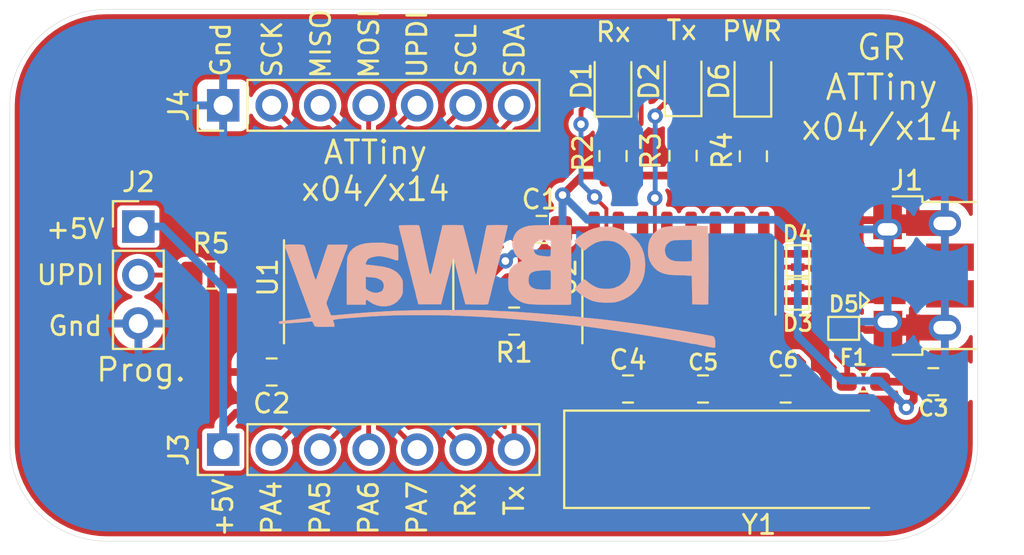
<source format=kicad_pcb>
(kicad_pcb (version 20211014) (generator pcbnew)
  (layers (0 "F.Cu" signal) (31 "B.Cu" signal) (34 "B.Paste" user) (35 "F.Paste" user) (36 "B.SilkS" user "B.Silkscreen") (37 "F.SilkS" user "F.Silkscreen") (38 "B.Mask" user) (39 "F.Mask" user) (44 "Edge.Cuts" user))
  (net 0 "")
  (net 1 "GNDREF")
  (net 2 "+5V")
  (net 3 "Net-(C6-Pad1)")
  (net 4 "Net-(D1-Pad1)")
  (net 5 "Net-(D3-Pad1)")
  (net 6 "Net-(D5-Pad1)")
  (net 7 "/TX_Out")
  (net 8 "Net-(D6-Pad2)")
  (net 9 "/PA4")
  (net 10 "/PA5")
  (net 11 "/PA6")
  (net 12 "/PA7")
  (net 13 "/RX_In")
  (net 14 "/SDA")
  (net 15 "/SCL")
  (net 16 "/UPDI")
  (net 17 "/MOSI")
  (net 18 "/MISO")
  (net 19 "/SCK")
  (net 20 "Net-(C4-Pad1)")
  (net 21 "Net-(C5-Pad1)")
  (net 22 "Net-(D1-Pad2)")
  (net 23 "Net-(D2-Pad2)")
  (net 24 "Net-(D4-Pad1)")
  (net 25 "Net-(J1-Pad4)")
  (net 26 "Net-(J2-Pad2)")
  (net 27 "Net-(U2-Pad9)")
  (net 28 "Net-(U2-Pad10)")
  (net 29 "Net-(U2-Pad11)")
  (net 30 "Net-(U2-Pad12)")
  (net 31 "Net-(U2-Pad13)")
  (net 32 "Net-(U2-Pad14)")
  (net 33 "Net-(U2-Pad15)")
  (footprint "Capacitor_SMD:C_0805_2012Metric_Pad1.15x1.40mm_HandSolder" (layer "F.Cu") (at 115.8621 80.0354 180)
    (fp_text reference "C1" (at 0.0635 1.5748) (layer "F.SilkS"))
    (fp_text value "100nF")
    (pad "1" smd roundrect locked (at -1.025 0 180) (size 1.15 1.4) (layers "F.Cu" "F.Paste" "F.Mask") (roundrect_rratio 0.217391) (net 2 "+5V"))
    (pad "2" smd roundrect locked (at 1.025 0 180) (size 1.15 1.4) (layers "F.Cu" "F.Paste" "F.Mask") (roundrect_rratio 0.217391) (net 1 "GNDREF"))
  )
  (footprint "Capacitor_SMD:C_0805_2012Metric_Pad1.15x1.40mm_HandSolder" (layer "F.Cu") (at 101.727 87.503 180)
    (fp_text reference "C2" (at 0 -1.65) (layer "F.SilkS"))
    (fp_text value "100nF")
    (pad "1" smd roundrect locked (at -1.025 0 180) (size 1.15 1.4) (layers "F.Cu" "F.Paste" "F.Mask") (roundrect_rratio 0.217391) (net 2 "+5V"))
    (pad "2" smd roundrect locked (at 1.025 0 180) (size 1.15 1.4) (layers "F.Cu" "F.Paste" "F.Mask") (roundrect_rratio 0.217391) (net 1 "GNDREF"))
  )
  (footprint "Capacitor_SMD:C_0805_2012Metric_Pad1.15x1.40mm_HandSolder" (layer "F.Cu") (at 136.389 88.011)
    (fp_text reference "C3" (at 0.009 1.397) (layer "F.SilkS") (effects (font (size 0.8 0.8))))
    (fp_text value "1uF")
    (pad "1" smd roundrect locked (at -1.025 0) (size 1.15 1.4) (layers "F.Cu" "F.Paste" "F.Mask") (roundrect_rratio 0.217391) (net 2 "+5V"))
    (pad "2" smd roundrect locked (at 1.025 0) (size 1.15 1.4) (layers "F.Cu" "F.Paste" "F.Mask") (roundrect_rratio 0.217391) (net 1 "GNDREF"))
  )
  (footprint "Capacitor_SMD:C_0805_2012Metric_Pad1.15x1.40mm_HandSolder" (layer "F.Cu") (at 120.396 88.392 180)
    (fp_text reference "C4" (at 0 1.524 180) (layer "F.SilkS"))
    (fp_text value "100nF")
    (pad "1" smd roundrect locked (at -1.025 0 180) (size 1.15 1.4) (layers "F.Cu" "F.Paste" "F.Mask") (roundrect_rratio 0.217391) (net 20 "Net-(C4-Pad1)"))
    (pad "2" smd roundrect locked (at 1.025 0 180) (size 1.15 1.4) (layers "F.Cu" "F.Paste" "F.Mask") (roundrect_rratio 0.217391) (net 1 "GNDREF"))
  )
  (footprint "Capacitor_SMD:C_0805_2012Metric_Pad1.15x1.40mm_HandSolder" (layer "F.Cu") (at 124.324 88.392)
    (fp_text reference "C5" (at 0.009 -1.397) (layer "F.SilkS") (effects (font (size 0.8 0.8))))
    (fp_text value "22pF")
    (pad "1" smd roundrect locked (at -1.025 0) (size 1.15 1.4) (layers "F.Cu" "F.Paste" "F.Mask") (roundrect_rratio 0.217391) (net 21 "Net-(C5-Pad1)"))
    (pad "2" smd roundrect locked (at 1.025 0) (size 1.15 1.4) (layers "F.Cu" "F.Paste" "F.Mask") (roundrect_rratio 0.217391) (net 1 "GNDREF"))
  )
  (footprint "Capacitor_SMD:C_0805_2012Metric_Pad1.15x1.40mm_HandSolder" (layer "F.Cu") (at 128.651 88.392 180)
    (fp_text reference "C6" (at 0.127 1.524) (layer "F.SilkS") (effects (font (size 0.8 0.8))))
    (fp_text value "22pF")
    (pad "1" smd roundrect locked (at -1.025 0 180) (size 1.15 1.4) (layers "F.Cu" "F.Paste" "F.Mask") (roundrect_rratio 0.217391) (net 3 "Net-(C6-Pad1)"))
    (pad "2" smd roundrect locked (at 1.025 0 180) (size 1.15 1.4) (layers "F.Cu" "F.Paste" "F.Mask") (roundrect_rratio 0.217391) (net 1 "GNDREF"))
  )
  (footprint "_Custom_Footprints:SOD-882" (layer "F.Cu") (at 129.286 83.439 -90)
    (fp_text reference "D3" (at 1.524 0 180) (layer "F.SilkS") (effects (font (size 0.8 0.8))))
    (fp_text value "PESD5V0S1BL")
    (pad "1" smd rect locked (at -0.35 0 90) (size 0.4 0.7) (layers "F.Cu" "F.Paste" "F.Mask") (net 5 "Net-(D3-Pad1)"))
    (pad "2" smd rect locked (at 0.35 0 90) (size 0.4 0.7) (layers "F.Cu" "F.Paste" "F.Mask") (net 1 "GNDREF"))
  )
  (footprint "_Custom_Footprints:SOD-882" (layer "F.Cu") (at 129.286 81.661 90)
    (fp_text reference "D4" (at 1.397 0 180) (layer "F.SilkS") (effects (font (size 0.8 0.8))))
    (fp_text value "PESD5V0S1BL")
    (pad "1" smd rect locked (at -0.35 0 270) (size 0.4 0.7) (layers "F.Cu" "F.Paste" "F.Mask") (net 24 "Net-(D4-Pad1)"))
    (pad "2" smd rect locked (at 0.35 0 270) (size 0.4 0.7) (layers "F.Cu" "F.Paste" "F.Mask") (net 1 "GNDREF"))
  )
  (footprint "_Custom_Footprints:SOD-882" (layer "F.Cu") (at 131.699 85.217)
    (fp_text reference "D5" (at 0 -1.27) (layer "F.SilkS") (effects (font (size 0.8 0.8))))
    (fp_text value "PESD5V0S1BL")
    (pad "1" smd rect locked (at -0.35 0 180) (size 0.4 0.7) (layers "F.Cu" "F.Paste" "F.Mask") (net 6 "Net-(D5-Pad1)"))
    (pad "2" smd rect locked (at 0.35 0 180) (size 0.4 0.7) (layers "F.Cu" "F.Paste" "F.Mask") (net 1 "GNDREF"))
  )
  (footprint "LED_SMD:LED_0805_2012Metric_Pad1.15x1.40mm_HandSolder" (layer "F.Cu") (at 126.9365 72.263 90)
    (fp_text reference "D6" (at -0.0127 -1.7653 90) (layer "F.SilkS"))
    (fp_text value "Power")
    (pad "1" smd roundrect locked (at -1.025 0 90) (size 1.15 1.4) (layers "F.Cu" "F.Paste" "F.Mask") (roundrect_rratio 0.217391) (net 1 "GNDREF"))
    (pad "2" smd roundrect locked (at 1.025 0 90) (size 1.15 1.4) (layers "F.Cu" "F.Paste" "F.Mask") (roundrect_rratio 0.217391) (net 8 "Net-(D6-Pad2)"))
  )
  (footprint "LED_SMD:LED_0805_2012Metric_Pad1.15x1.40mm_HandSolder" (layer "F.Cu") (at 119.6086 72.263 90)
    (fp_text reference "D1" (at 0 -1.65 90) (layer "F.SilkS"))
    (fp_text value "Rx")
    (pad "1" smd roundrect locked (at -1.025 0 90) (size 1.15 1.4) (layers "F.Cu" "F.Paste" "F.Mask") (roundrect_rratio 0.217391) (net 4 "Net-(D1-Pad1)"))
    (pad "2" smd roundrect locked (at 1.025 0 90) (size 1.15 1.4) (layers "F.Cu" "F.Paste" "F.Mask") (roundrect_rratio 0.217391) (net 22 "Net-(D1-Pad2)"))
  )
  (footprint "LED_SMD:LED_0805_2012Metric_Pad1.15x1.40mm_HandSolder" (layer "F.Cu") (at 123.2789 72.2376 90)
    (fp_text reference "D2" (at -0.0381 -1.778 90) (layer "F.SilkS"))
    (fp_text value "Tx")
    (pad "1" smd roundrect locked (at -1.025 0 90) (size 1.15 1.4) (layers "F.Cu" "F.Paste" "F.Mask") (roundrect_rratio 0.217391) (net 7 "/TX_Out"))
    (pad "2" smd roundrect locked (at 1.025 0 90) (size 1.15 1.4) (layers "F.Cu" "F.Paste" "F.Mask") (roundrect_rratio 0.217391) (net 23 "Net-(D2-Pad2)"))
  )
  (footprint "Resistor_SMD:R_0603_1608Metric_Pad1.05x0.95mm_HandSolder" (layer "F.Cu") (at 132.729 88.011)
    (fp_text reference "F1" (at -0.522 -1.27) (layer "F.SilkS") (effects (font (size 0.8 0.8))))
    (fp_text value "MF-FSMF050X")
    (pad "1" smd roundrect locked (at -0.875 0) (size 1.05 0.95) (layers "F.Cu" "F.Paste" "F.Mask") (net 6 "Net-(D5-Pad1)"))
    (pad "2" smd roundrect locked (at 0.875 0) (size 1.05 0.95) (layers "F.Cu" "F.Paste" "F.Mask") (net 2 "+5V"))
  )
  (footprint "Connector_PinHeader_2.54mm:PinHeader_1x03_P2.54mm_Vertical" (layer "F.Cu") (at 94.742 79.883)
    (fp_text reference "J2" (at 0 -2.33) (layer "F.SilkS"))
    (fp_text value "Conn_01x03")
    (pad "1" thru_hole rect locked (at 0 0) (size 1.7 1.7) (drill 1) (layers *.Cu *.Mask) (net 2 "+5V"))
    (pad "2" thru_hole oval locked (at 0 2.54) (size 1.7 1.7) (drill 1) (layers *.Cu *.Mask) (net 26 "Net-(J2-Pad2)"))
    (pad "3" thru_hole oval locked (at 0 5.08) (size 1.7 1.7) (drill 1) (layers *.Cu *.Mask) (net 1 "GNDREF"))
  )
  (footprint "Connector_PinHeader_2.54mm:PinHeader_1x07_P2.54mm_Vertical" (layer "F.Cu") (at 99.187 91.567 90)
    (fp_text reference "J3" (at 0 -2.33 90) (layer "F.SilkS"))
    (fp_text value "Conn_01x07")
    (pad "1" thru_hole rect locked (at 0 0 90) (size 1.7 1.7) (drill 1) (layers *.Cu *.Mask) (net 2 "+5V"))
    (pad "2" thru_hole oval locked (at 0 2.54 90) (size 1.7 1.7) (drill 1) (layers *.Cu *.Mask) (net 9 "/PA4"))
    (pad "3" thru_hole oval locked (at 0 5.08 90) (size 1.7 1.7) (drill 1) (layers *.Cu *.Mask) (net 10 "/PA5"))
    (pad "4" thru_hole oval locked (at 0 7.62 90) (size 1.7 1.7) (drill 1) (layers *.Cu *.Mask) (net 11 "/PA6"))
    (pad "5" thru_hole oval locked (at 0 10.16 90) (size 1.7 1.7) (drill 1) (layers *.Cu *.Mask) (net 12 "/PA7"))
    (pad "6" thru_hole oval locked (at 0 12.7 90) (size 1.7 1.7) (drill 1) (layers *.Cu *.Mask) (net 13 "/RX_In"))
    (pad "7" thru_hole oval locked (at 0 15.24 90) (size 1.7 1.7) (drill 1) (layers *.Cu *.Mask) (net 7 "/TX_Out"))
  )
  (footprint "Connector_PinHeader_2.54mm:PinHeader_1x07_P2.54mm_Vertical" (layer "F.Cu") (at 99.187 73.533 90)
    (fp_text reference "J4" (at 0 -2.33 90) (layer "F.SilkS"))
    (fp_text value "Conn_01x07")
    (pad "1" thru_hole rect locked (at 0 0 90) (size 1.7 1.7) (drill 1) (layers *.Cu *.Mask) (net 1 "GNDREF"))
    (pad "2" thru_hole oval locked (at 0 2.54 90) (size 1.7 1.7) (drill 1) (layers *.Cu *.Mask) (net 19 "/SCK"))
    (pad "3" thru_hole oval locked (at 0 5.08 90) (size 1.7 1.7) (drill 1) (layers *.Cu *.Mask) (net 18 "/MISO"))
    (pad "4" thru_hole oval locked (at 0 7.62 90) (size 1.7 1.7) (drill 1) (layers *.Cu *.Mask) (net 17 "/MOSI"))
    (pad "5" thru_hole oval locked (at 0 10.16 90) (size 1.7 1.7) (drill 1) (layers *.Cu *.Mask) (net 16 "/UPDI"))
    (pad "6" thru_hole oval locked (at 0 12.7 90) (size 1.7 1.7) (drill 1) (layers *.Cu *.Mask) (net 15 "/SCL"))
    (pad "7" thru_hole oval locked (at 0 15.24 90) (size 1.7 1.7) (drill 1) (layers *.Cu *.Mask) (net 14 "/SDA"))
  )
  (footprint "Resistor_SMD:R_0805_2012Metric_Pad1.15x1.40mm_HandSolder" (layer "F.Cu") (at 119.6086 76.1873 -90)
    (fp_text reference "R2" (at -0.1524 1.5748 90) (layer "F.SilkS"))
    (fp_text value "1K")
    (pad "1" smd roundrect locked (at -1.025 0 270) (size 1.15 1.4) (layers "F.Cu" "F.Paste" "F.Mask") (roundrect_rratio 0.217391) (net 22 "Net-(D1-Pad2)"))
    (pad "2" smd roundrect locked (at 1.025 0 270) (size 1.15 1.4) (layers "F.Cu" "F.Paste" "F.Mask") (roundrect_rratio 0.217391) (net 2 "+5V"))
  )
  (footprint "Resistor_SMD:R_0805_2012Metric_Pad1.15x1.40mm_HandSolder" (layer "F.Cu") (at 114.427 84.836 180)
    (fp_text reference "R1" (at 0 -1.65) (layer "F.SilkS"))
    (fp_text value "1K")
    (pad "1" smd roundrect locked (at -1.025 0 180) (size 1.15 1.4) (layers "F.Cu" "F.Paste" "F.Mask") (roundrect_rratio 0.217391) (net 4 "Net-(D1-Pad1)"))
    (pad "2" smd roundrect locked (at 1.025 0 180) (size 1.15 1.4) (layers "F.Cu" "F.Paste" "F.Mask") (roundrect_rratio 0.217391) (net 13 "/RX_In"))
  )
  (footprint "Resistor_SMD:R_0805_2012Metric_Pad1.15x1.40mm_HandSolder" (layer "F.Cu") (at 123.2789 76.1746 -90)
    (fp_text reference "R3" (at -0.254 1.6891 90) (layer "F.SilkS"))
    (fp_text value "1K")
    (pad "1" smd roundrect locked (at -1.025 0 270) (size 1.15 1.4) (layers "F.Cu" "F.Paste" "F.Mask") (roundrect_rratio 0.217391) (net 23 "Net-(D2-Pad2)"))
    (pad "2" smd roundrect locked (at 1.025 0 270) (size 1.15 1.4) (layers "F.Cu" "F.Paste" "F.Mask") (roundrect_rratio 0.217391) (net 2 "+5V"))
  )
  (footprint "Resistor_SMD:R_0805_2012Metric_Pad1.15x1.40mm_HandSolder" (layer "F.Cu") (at 98.552 82.423)
    (fp_text reference "R5" (at 0 -1.65) (layer "F.SilkS"))
    (fp_text value "1K")
    (pad "1" smd roundrect locked (at -1.025 0) (size 1.15 1.4) (layers "F.Cu" "F.Paste" "F.Mask") (roundrect_rratio 0.217391) (net 26 "Net-(J2-Pad2)"))
    (pad "2" smd roundrect locked (at 1.025 0) (size 1.15 1.4) (layers "F.Cu" "F.Paste" "F.Mask") (roundrect_rratio 0.217391) (net 16 "/UPDI"))
  )
  (footprint "Resistor_SMD:R_0805_2012Metric_Pad1.15x1.40mm_HandSolder" (layer "F.Cu") (at 126.9619 76.2 90)
    (fp_text reference "R4" (at 0.3048 -1.6383 90) (layer "F.SilkS"))
    (fp_text value "1K")
    (pad "1" smd roundrect locked (at -1.025 0 90) (size 1.15 1.4) (layers "F.Cu" "F.Paste" "F.Mask") (roundrect_rratio 0.217391) (net 2 "+5V"))
    (pad "2" smd roundrect locked (at 1.025 0 90) (size 1.15 1.4) (layers "F.Cu" "F.Paste" "F.Mask") (roundrect_rratio 0.217391) (net 8 "Net-(D6-Pad2)"))
  )
  (footprint "Package_SO:SOIC-14_3.9x8.7mm_P1.27mm" (layer "F.Cu") (at 106.807 82.55 90)
    (fp_text reference "U1" (at 0 -5.28 90) (layer "F.SilkS"))
    (fp_text value "ATtiny x04/x14")
    (pad "1" smd roundrect locked (at -2.475 -3.81 90) (size 1.95 0.6) (layers "F.Cu" "F.Paste" "F.Mask") (net 2 "+5V"))
    (pad "2" smd roundrect locked (at -2.475 -2.54 90) (size 1.95 0.6) (layers "F.Cu" "F.Paste" "F.Mask") (net 9 "/PA4"))
    (pad "3" smd roundrect locked (at -2.475 -1.27 90) (size 1.95 0.6) (layers "F.Cu" "F.Paste" "F.Mask") (net 10 "/PA5"))
    (pad "4" smd roundrect locked (at -2.475 0 90) (size 1.95 0.6) (layers "F.Cu" "F.Paste" "F.Mask") (net 11 "/PA6"))
    (pad "5" smd roundrect locked (at -2.475 1.27 90) (size 1.95 0.6) (layers "F.Cu" "F.Paste" "F.Mask") (net 12 "/PA7"))
    (pad "6" smd roundrect locked (at -2.475 2.54 90) (size 1.95 0.6) (layers "F.Cu" "F.Paste" "F.Mask") (net 13 "/RX_In"))
    (pad "7" smd roundrect locked (at -2.475 3.81 90) (size 1.95 0.6) (layers "F.Cu" "F.Paste" "F.Mask") (net 7 "/TX_Out"))
    (pad "8" smd roundrect locked (at 2.475 3.81 90) (size 1.95 0.6) (layers "F.Cu" "F.Paste" "F.Mask") (net 14 "/SDA"))
    (pad "9" smd roundrect locked (at 2.475 2.54 90) (size 1.95 0.6) (layers "F.Cu" "F.Paste" "F.Mask") (net 15 "/SCL"))
    (pad "10" smd roundrect locked (at 2.475 1.27 90) (size 1.95 0.6) (layers "F.Cu" "F.Paste" "F.Mask") (net 16 "/UPDI"))
    (pad "11" smd roundrect locked (at 2.475 0 90) (size 1.95 0.6) (layers "F.Cu" "F.Paste" "F.Mask") (net 17 "/MOSI"))
    (pad "12" smd roundrect locked (at 2.475 -1.27 90) (size 1.95 0.6) (layers "F.Cu" "F.Paste" "F.Mask") (net 18 "/MISO"))
    (pad "13" smd roundrect locked (at 2.475 -2.54 90) (size 1.95 0.6) (layers "F.Cu" "F.Paste" "F.Mask") (net 19 "/SCK"))
    (pad "14" smd roundrect locked (at 2.475 -3.81 90) (size 1.95 0.6) (layers "F.Cu" "F.Paste" "F.Mask") (net 1 "GNDREF"))
  )
  (footprint "Package_SO:SOIC-16_3.9x9.9mm_P1.27mm" (layer "F.Cu") (at 123.063 82.55 90)
    (fp_text reference "U2" (at 0 -5.9 90) (layer "F.SilkS"))
    (fp_text value "CH340G")
    (pad "1" smd roundrect locked (at -2.475 -4.445 90) (size 1.95 0.6) (layers "F.Cu" "F.Paste" "F.Mask") (net 1 "GNDREF"))
    (pad "2" smd roundrect locked (at -2.475 -3.175 90) (size 1.95 0.6) (layers "F.Cu" "F.Paste" "F.Mask") (net 4 "Net-(D1-Pad1)"))
    (pad "3" smd roundrect locked (at -2.475 -1.905 90) (size 1.95 0.6) (layers "F.Cu" "F.Paste" "F.Mask") (net 7 "/TX_Out"))
    (pad "4" smd roundrect locked (at -2.475 -0.635 90) (size 1.95 0.6) (layers "F.Cu" "F.Paste" "F.Mask") (net 20 "Net-(C4-Pad1)"))
    (pad "5" smd roundrect locked (at -2.475 0.635 90) (size 1.95 0.6) (layers "F.Cu" "F.Paste" "F.Mask") (net 24 "Net-(D4-Pad1)"))
    (pad "6" smd roundrect locked (at -2.475 1.905 90) (size 1.95 0.6) (layers "F.Cu" "F.Paste" "F.Mask") (net 5 "Net-(D3-Pad1)"))
    (pad "7" smd roundrect locked (at -2.475 3.175 90) (size 1.95 0.6) (layers "F.Cu" "F.Paste" "F.Mask") (net 21 "Net-(C5-Pad1)"))
    (pad "8" smd roundrect locked (at -2.475 4.445 90) (size 1.95 0.6) (layers "F.Cu" "F.Paste" "F.Mask") (net 3 "Net-(C6-Pad1)"))
    (pad "9" smd roundrect locked (at 2.475 4.445 90) (size 1.95 0.6) (layers "F.Cu" "F.Paste" "F.Mask") (net 27 "Net-(U2-Pad9)"))
    (pad "10" smd roundrect locked (at 2.475 3.175 90) (size 1.95 0.6) (layers "F.Cu" "F.Paste" "F.Mask") (net 28 "Net-(U2-Pad10)"))
    (pad "11" smd roundrect locked (at 2.475 1.905 90) (size 1.95 0.6) (layers "F.Cu" "F.Paste" "F.Mask") (net 29 "Net-(U2-Pad11)"))
    (pad "12" smd roundrect locked (at 2.475 0.635 90) (size 1.95 0.6) (layers "F.Cu" "F.Paste" "F.Mask") (net 30 "Net-(U2-Pad12)"))
    (pad "13" smd roundrect locked (at 2.475 -0.635 90) (size 1.95 0.6) (layers "F.Cu" "F.Paste" "F.Mask") (net 31 "Net-(U2-Pad13)"))
    (pad "14" smd roundrect locked (at 2.475 -1.905 90) (size 1.95 0.6) (layers "F.Cu" "F.Paste" "F.Mask") (net 32 "Net-(U2-Pad14)"))
    (pad "15" smd roundrect locked (at 2.475 -3.175 90) (size 1.95 0.6) (layers "F.Cu" "F.Paste" "F.Mask") (net 33 "Net-(U2-Pad15)"))
    (pad "16" smd roundrect locked (at 2.475 -4.445 90) (size 1.95 0.6) (layers "F.Cu" "F.Paste" "F.Mask") (net 2 "+5V"))
  )
  (footprint "Crystal:Crystal_SMD_HC49-SD_HandSoldering" (layer "F.Cu") (at 127.127 92.075)
    (fp_text reference "Y1" (at 0.127 3.429) (layer "F.SilkS"))
    (fp_text value "12MHz")
    (pad "1" smd rect locked (at -5.9375 0) (size 7.875 2) (layers "F.Cu" "F.Paste" "F.Mask") (net 21 "Net-(C5-Pad1)"))
    (pad "2" smd rect locked (at 5.9375 0) (size 7.875 2) (layers "F.Cu" "F.Paste" "F.Mask") (net 3 "Net-(C6-Pad1)"))
  )
  (footprint "Connector_USB:USB_Micro-B_Amphenol_10103594-0001LF_Horizontal" (layer "F.Cu") (at 135.877 82.423 90)
    (fp_text reference "J1" (at 4.953 -0.876 180) (layer "F.SilkS"))
    (fp_text value "USB_B_Micro")
    (pad "1" smd rect locked (at -1.325 -1.765 180) (size 1.65 0.4) (layers "F.Cu" "F.Paste" "F.Mask") (net 6 "Net-(D5-Pad1)"))
    (pad "2" smd rect locked (at -0.675 -1.765 180) (size 1.65 0.4) (layers "F.Cu" "F.Paste" "F.Mask") (net 5 "Net-(D3-Pad1)"))
    (pad "3" smd rect locked (at -0.025 -1.765 180) (size 1.65 0.4) (layers "F.Cu" "F.Paste" "F.Mask") (net 24 "Net-(D4-Pad1)"))
    (pad "4" smd rect locked (at 0.625 -1.765 180) (size 1.65 0.4) (layers "F.Cu" "F.Paste" "F.Mask") (net 25 "Net-(J1-Pad4)"))
    (pad "5" smd rect locked (at 1.275 -1.765 180) (size 1.65 0.4) (layers "F.Cu" "F.Paste" "F.Mask") (net 1 "GNDREF"))
    (pad "6" smd rect locked (at 0.935 1.385 180) (size 2.5 1.43) (layers "F.Cu" "F.Paste" "F.Mask") (net 1 "GNDREF"))
    (pad "6" smd rect locked (at 2.975 -0.565 90) (size 1.825 0.7) (layers "F.Cu" "F.Paste" "F.Mask") (net 1 "GNDREF"))
    (pad "6" smd rect locked (at -2.875 -1.865 90) (size 2 1.5) (layers "F.Cu" "F.Paste" "F.Mask") (net 1 "GNDREF"))
    (pad "6" thru_hole oval locked (at 2.705 1.115 180) (size 1.7 1.35) (drill oval 1.2 0.7) (layers *.Cu *.Mask) (net 1 "GNDREF"))
    (pad "6" smd rect locked (at -2.975 -0.565 90) (size 1.825 0.7) (layers "F.Cu" "F.Paste" "F.Mask") (net 1 "GNDREF"))
    (pad "6" smd rect locked (at 2.875 -1.885 90) (size 2 1.5) (layers "F.Cu" "F.Paste" "F.Mask") (net 1 "GNDREF"))
    (pad "6" smd rect locked (at -2.755 0.185 90) (size 1.35 2) (layers "F.Cu" "F.Paste" "F.Mask") (net 1 "GNDREF"))
    (pad "6" thru_hole oval locked (at -2.755 1.115 180) (size 1.7 1.35) (drill oval 1.2 0.7) (layers *.Cu *.Mask) (net 1 "GNDREF"))
    (pad "6" smd rect locked (at -0.985 1.385 180) (size 2.5 1.43) (layers "F.Cu" "F.Paste" "F.Mask") (net 1 "GNDREF"))
    (pad "6" thru_hole oval locked (at -2.445 -1.885 180) (size 1.5 1.1) (drill oval 1.05 0.65) (layers *.Cu *.Mask) (net 1 "GNDREF"))
    (pad "6" thru_hole oval locked (at 2.395 -1.885 180) (size 1.5 1.1) (drill oval 1.05 0.65) (layers *.Cu *.Mask) (net 1 "GNDREF"))
    (pad "6" smd rect locked (at 2.725 0.185 90) (size 1.35 2) (layers "F.Cu" "F.Paste" "F.Mask") (net 1 "GNDREF"))
  )
  (footprint "_Custom_Footprints:pcb way logo" (layer "B.Cu") (at 113.538 83.693 180)
    (fp_text reference "G***" hide)
    (fp_text value "LOGO" hide)
  )
  (gr_arc (start 138.71 91.284) (mid 137.222102 94.876102) (end 133.63 96.364) (layer "Edge.Cuts") (width 0.0254))
  (gr_arc (start 133.6294 68.5038) (mid 137.221502 69.991698) (end 138.7094 73.5838) (layer "Edge.Cuts") (width 0.0254))
  (gr_line (start 93.091 68.5038) (end 133.63 68.5038) (layer "Edge.Cuts") (width 0.0254))
  (gr_arc (start 88.011 73.5838) (mid 89.498898 69.991698) (end 93.091 68.5038) (layer "Edge.Cuts") (width 0.0254))
  (gr_line (start 138.71 73.5838) (end 138.71 91.284) (layer "Edge.Cuts") (width 0.0254))
  (gr_line (start 133.63 96.364) (end 93.091 96.364) (layer "Edge.Cuts") (width 0.0254))
  (gr_line (start 88.011 91.284) (end 88.011 73.5838) (layer "Edge.Cuts") (width 0.0254))
  (gr_arc (start 93.091 96.364) (mid 89.498898 94.876102) (end 88.011 91.284) (layer "Edge.Cuts") (width 0.0254))
  (gr_text "GR\nATTiny\nx04/x14" (at 133.6802 72.5932) (layer "F.SilkS") (effects (font (size 1.3 1.3))))
  (gr_text "Gnd" (at 99.06 70.612 90) (layer "F.SilkS") (effects (font (size 1 1))))
  (gr_text "+5V" (at 99.187 94.615 90) (layer "F.SilkS") (effects (font (size 1 1))))
  (gr_text "Gnd" (at 91.44 85.09) (layer "F.SilkS") (effects (font (size 1 1))))
  (gr_text "+5V" (at 91.44 80.01) (layer "F.SilkS") (effects (font (size 1 1))))
  (gr_text "UPDI" (at 91.186 82.423) (layer "F.SilkS") (effects (font (size 1 1))))
  (gr_text "PA4" (at 101.727 94.615 90) (layer "F.SilkS") (effects (font (size 1 1))))
  (gr_text "PA5" (at 104.267 94.615 90) (layer "F.SilkS") (effects (font (size 1 1))))
  (gr_text "PA6" (at 106.807 94.615 90) (layer "F.SilkS") (effects (font (size 1 1))))
  (gr_text "PA7" (at 109.347 94.615 90) (layer "F.SilkS") (effects (font (size 1 1))))
  (gr_text "Rx" (at 111.887 94.234 90) (layer "F.SilkS") (effects (font (size 1 1))))
  (gr_text "Tx" (at 114.427 94.234 90) (layer "F.SilkS") (effects (font (size 1 1))))
  (gr_text "UPDI" (at 109.347 70.3326 90) (layer "F.SilkS") (effects (font (size 1 1))))
  (gr_text "SCL" (at 111.9251 70.6755 90) (layer "F.SilkS") (effects (font (size 1 1))))
  (gr_text "SDA" (at 114.4524 70.6755 90) (layer "F.SilkS") (effects (font (size 1 1))))
  (gr_text "MOSI\n" (at 106.8324 70.3072 90) (layer "F.SilkS") (effects (font (size 1 1))))
  (gr_text "MISO" (at 104.3051 70.3072 90) (layer "F.SilkS") (effects (font (size 1 1))))
  (gr_text "SCK" (at 101.7524 70.5866 90) (layer "F.SilkS") (effects (font (size 1 1))))
  (gr_text "Tx" (at 123.2027 69.596) (layer "F.SilkS") (effects (font (size 1 1))))
  (gr_text "Rx" (at 119.6213 69.6976) (layer "F.SilkS") (effects (font (size 1 1))))
  (gr_text "PWR\n" (at 126.8984 69.6468) (layer "F.SilkS") (effects (font (size 1 1))))
  (gr_text " ATTiny \nx04/x14" (at 107.1626 76.962) (layer "F.SilkS") (effects (font (size 1.2 1.2))))
  (gr_text "Prog." (at 94.8817 87.3887) (layer "F.SilkS") (effects (font (size 1.2 1.2))))
  (segment (start 136.992 85.178) (end 136.992 83.678) (width 0.4064) (layer "F.Cu") (net 1))
  (segment (start 136.992 79.718) (end 136.992 81.218) (width 0.4064) (layer "F.Cu") (net 1))
  (segment (start 136.992 81.218) (end 137.262 81.488) (width 0.4064) (layer "F.Cu") (net 1))
  (segment (start 136.992 83.678) (end 137.262 83.408) (width 0.4064) (layer "F.Cu") (net 1))
  (segment (start 99.187 90.3106) (end 99.861 89.6366) (width 0.4064) (layer "F.Cu") (net 2))
  (segment (start 101.5746 89.6366) (end 102.6668 88.5444) (width 0.4064) (layer "F.Cu") (net 2))
  (segment (start 102.997 83.4644) (end 103.5558 82.9056) (width 0.4064) (layer "F.Cu") (net 2))
  (segment (start 99.187 91.567) (end 99.187 90.3106) (width 0.4064) (layer "F.Cu") (net 2))
  (segment (start 102.6668 87.5882) (end 102.752 87.503) (width 0.4064) (layer "F.Cu") (net 2))
  (segment (start 116.9267 80.075) (end 116.8871 80.0354) (width 0.4064) (layer "F.Cu") (net 2))
  (segment (start 116.967 78.232) (end 116.967 79.9555) (width 0.4064) (layer "F.Cu") (net 2))
  (segment (start 112.7506 82.9056) (end 113.9698 81.6864) (width 0.4064) (layer "F.Cu") (net 2))
  (segment (start 102.997 85.025) (end 102.997 87.258) (width 0.4064) (layer "F.Cu") (net 2))
  (segment (start 119.6086 77.2123) (end 117.9867 77.2123) (width 0.4064) (layer "F.Cu") (net 2))
  (segment (start 123.2662 77.2123) (end 123.2789 77.1996) (width 0.4064) (layer "F.Cu") (net 2))
  (segment (start 103.5558 82.9056) (end 112.7506 82.9056) (width 0.4064) (layer "F.Cu") (net 2))
  (segment (start 126.9619 77.225) (end 123.3043 77.225) (width 0.4064) (layer "F.Cu") (net 2))
  (segment (start 133.604 88.011) (end 135.364 88.011) (width 0.4064) (layer "F.Cu") (net 2))
  (segment (start 123.3043 77.225) (end 123.2789 77.1996) (width 0.4064) (layer "F.Cu") (net 2))
  (segment (start 102.6668 88.5444) (end 102.6668 87.5882) (width 0.4064) (layer "F.Cu") (net 2))
  (segment (start 117.9867 77.2123) (end 116.967 78.232) (width 0.4064) (layer "F.Cu") (net 2))
  (segment (start 135.364 88.011) (end 135.364 88.9688) (width 0.4064) (layer "F.Cu") (net 2))
  (segment (start 99.861 89.6366) (end 101.5746 89.6366) (width 0.4064) (layer "F.Cu") (net 2))
  (segment (start 135.364 88.9688) (end 134.9756 89.3572) (width 0.4064) (layer "F.Cu") (net 2))
  (segment (start 118.618 80.075) (end 116.9267 80.075) (width 0.4064) (layer "F.Cu") (net 2))
  (segment (start 119.6086 77.2123) (end 123.2662 77.2123) (width 0.4064) (layer "F.Cu") (net 2))
  (segment (start 116.967 79.9555) (end 116.8871 80.0354) (width 0.4064) (layer "F.Cu") (net 2))
  (segment (start 102.997 87.258) (end 102.752 87.503) (width 0.4064) (layer "F.Cu") (net 2))
  (segment (start 102.997 85.025) (end 102.997 83.4644) (width 0.4064) (layer "F.Cu") (net 2))
  (via (at 113.9698 81.6864) (size 0.8) (drill 0.4) (layers "F.Cu" "B.Cu") (net 2))
  (via (at 134.9756 89.3572) (size 0.8) (drill 0.4) (layers "F.Cu" "B.Cu") (net 2))
  (via (at 116.967 78.232) (size 0.8) (drill 0.4) (layers "F.Cu" "B.Cu") (net 2))
  (segment (start 128.1938 79.5274) (end 118.2624 79.5274) (width 0.4064) (layer "B.Cu") (net 2))
  (segment (start 116.452599 81.286401) (end 116.967 80.772) (width 0.4064) (layer "B.Cu") (net 2))
  (segment (start 129.286 80.6196) (end 128.1938 79.5274) (width 0.4064) (layer "B.Cu") (net 2))
  (segment (start 116.967 80.772) (end 116.967 78.232) (width 0.4064) (layer "B.Cu") (net 2))
  (segment (start 134.9756 89.3572) (end 133.568013 87.949613) (width 0.4064) (layer "B.Cu") (net 2))
  (segment (start 131.612213 87.949613) (end 129.286 85.6234) (width 0.4064) (layer "B.Cu") (net 2))
  (segment (start 95.9984 79.883) (end 94.742 79.883) (width 0.4064) (layer "B.Cu") (net 2))
  (segment (start 114.369799 81.286401) (end 116.452599 81.286401) (width 0.4064) (layer "B.Cu") (net 2))
  (segment (start 129.286 85.6234) (end 129.286 80.6196) (width 0.4064) (layer "B.Cu") (net 2))
  (segment (start 113.9698 81.6864) (end 114.369799 81.286401) (width 0.4064) (layer "B.Cu") (net 2))
  (segment (start 118.2624 79.5274) (end 116.967 78.232) (width 0.4064) (layer "B.Cu") (net 2))
  (segment (start 133.568013 87.949613) (end 131.612213 87.949613) (width 0.4064) (layer "B.Cu") (net 2))
  (segment (start 99.187 91.567) (end 99.187 83.0716) (width 0.4064) (layer "B.Cu") (net 2))
  (segment (start 99.187 83.0716) (end 95.9984 79.883) (width 0.4064) (layer "B.Cu") (net 2))
  (segment (start 127.95758 86.6902) (end 129.286 86.6902) (width 0.25) (layer "F.Cu") (net 3))
  (segment (start 132.3333 90.0938) (end 130.1496 90.0938) (width 0.25) (layer "F.Cu") (net 3))
  (segment (start 127.508 85.025) (end 127.508 86.24062) (width 0.25) (layer "F.Cu") (net 3))
  (segment (start 129.286 86.6902) (end 129.598928 87.003128) (width 0.25) (layer "F.Cu") (net 3))
  (segment (start 129.598928 87.003128) (end 129.598928 87.658921) (width 0.25) (layer "F.Cu") (net 3))
  (segment (start 127.508 86.24062) (end 127.95758 86.6902) (width 0.25) (layer "F.Cu") (net 3))
  (segment (start 133.0645 92.075) (end 133.0645 90.825) (width 0.25) (layer "F.Cu") (net 3))
  (segment (start 129.598928 87.658921) (end 129.601914 87.871867) (width 0.25) (layer "F.Cu") (net 3))
  (segment (start 133.0645 90.825) (end 132.3333 90.0938) (width 0.25) (layer "F.Cu") (net 3))
  (segment (start 130.1496 90.0938) (end 129.6162 89.5604) (width 0.25) (layer "F.Cu") (net 3))
  (segment (start 129.6162 89.5604) (end 129.6162 88.399913) (width 0.25) (layer "F.Cu") (net 3))
  (segment (start 129.6162 88.399913) (end 129.609224 88.392937) (width 0.25) (layer "F.Cu") (net 3))
  (segment (start 119.6086 73.288) (end 118.4058 73.288) (width 0.254) (layer "F.Cu") (net 4))
  (segment (start 119.26099 78.95119) (end 119.26099 82.69441) (width 0.2032) (layer "F.Cu") (net 4))
  (segment (start 116.0018 82.7786) (end 119.1768 82.7786) (width 0.254) (layer "F.Cu") (net 4))
  (segment (start 119.888 83.312) (end 119.888 85.025) (width 0.254) (layer "F.Cu") (net 4))
  (segment (start 115.452 84.836) (end 115.452 83.3284) (width 0.254) (layer "F.Cu") (net 4))
  (segment (start 117.9322 73.7616) (end 117.9322 74.5236) (width 0.254) (layer "F.Cu") (net 4))
  (segment (start 119.1768 82.7786) (end 119.3546 82.7786) (width 0.254) (layer "F.Cu") (net 4))
  (segment (start 119.26099 82.69441) (end 119.1768 82.7786) (width 0.254) (layer "F.Cu") (net 4))
  (segment (start 119.3546 82.7786) (end 119.888 83.312) (width 0.254) (layer "F.Cu") (net 4))
  (segment (start 115.452 83.3284) (end 116.0018 82.7786) (width 0.254) (layer "F.Cu") (net 4))
  (segment (start 118.4058 73.288) (end 117.9322 73.7616) (width 0.254) (layer "F.Cu") (net 4))
  (segment (start 118.6434 78.3336) (end 119.26099 78.95119) (width 0.2032) (layer "F.Cu") (net 4))
  (via (at 117.9322 74.5236) (size 0.8) (drill 0.4) (layers "F.Cu" "B.Cu") (net 4))
  (via (at 118.6434 78.3336) (size 0.8) (drill 0.4) (layers "F.Cu" "B.Cu") (net 4))
  (segment (start 117.9322 77.6224) (end 118.6434 78.3336) (width 0.254) (layer "B.Cu") (net 4))
  (segment (start 117.9322 74.5236) (end 117.9322 77.6224) (width 0.254) (layer "B.Cu") (net 4))
  (segment (start 134.103 83.089) (end 134.112 83.098) (width 0.25) (layer "F.Cu") (net 5))
  (segment (start 124.968 83.7692) (end 124.968 85.025) (width 0.25) (layer "F.Cu") (net 5))
  (segment (start 129.286 83.089) (end 134.103 83.089) (width 0.25) (layer "F.Cu") (net 5))
  (segment (start 129.286 83.089) (end 125.6482 83.089) (width 0.25) (layer "F.Cu") (net 5))
  (segment (start 125.6482 83.089) (end 124.968 83.7692) (width 0.25) (layer "F.Cu") (net 5))
  (segment (start 131.8768 87.1982) (end 131.8768 88.115032) (width 0.3048) (layer "F.Cu") (net 6))
  (segment (start 131.8768 88.115032) (end 131.954367 88.192599) (width 0.3048) (layer "F.Cu") (net 6))
  (segment (start 132.978 83.7438) (end 131.7498 83.7438) (width 0.3048) (layer "F.Cu") (net 6))
  (segment (start 134.112 83.748) (end 132.9822 83.748) (width 0.3048) (layer "F.Cu") (net 6))
  (segment (start 131.349 85.217) (end 131.349 86.6704) (width 0.3048) (layer "F.Cu") (net 6))
  (segment (start 132.9822 83.748) (end 132.978 83.7438) (width 0.3048) (layer "F.Cu") (net 6))
  (segment (start 131.349 86.6704) (end 131.8768 87.1982) (width 0.3048) (layer "F.Cu") (net 6))
  (segment (start 131.349 84.1446) (end 131.349 85.217) (width 0.3048) (layer "F.Cu") (net 6))
  (segment (start 131.7498 83.7438) (end 131.349 84.1446) (width 0.3048) (layer "F.Cu") (net 6))
  (segment (start 121.158 85.025) (end 121.158 82.55) (width 0.2032) (layer "F.Cu") (net 7))
  (segment (start 120.6754 86.8172) (end 116.6368 86.8172) (width 0.254) (layer "F.Cu") (net 7))
  (segment (start 114.427 89.027) (end 114.427 91.567) (width 0.254) (layer "F.Cu") (net 7))
  (segment (start 121.158 82.55) (end 121.80099 81.90701) (width 0.2032) (layer "F.Cu") (net 7))
  (segment (start 121.8184 73.9231) (end 121.8184 74.0918) (width 0.254) (layer "F.Cu") (net 7))
  (segment (start 110.617 85.025) (end 110.617 87.757) (width 0.254) (layer "F.Cu") (net 7))
  (segment (start 123.2789 73.2626) (end 122.4789 73.2626) (width 0.254) (layer "F.Cu") (net 7))
  (segment (start 121.158 86.3346) (end 120.6754 86.8172) (width 0.254) (layer "F.Cu") (net 7))
  (segment (start 121.80099 81.90701) (end 121.80099 78.39239) (width 0.2032) (layer "F.Cu") (net 7))
  (segment (start 116.6368 86.8172) (end 114.427 89.027) (width 0.254) (layer "F.Cu") (net 7))
  (segment (start 110.617 87.757) (end 114.427 91.567) (width 0.254) (layer "F.Cu") (net 7))
  (segment (start 122.4789 73.2626) (end 121.8184 73.9231) (width 0.254) (layer "F.Cu") (net 7))
  (segment (start 121.158 85.025) (end 121.158 86.3346) (width 0.254) (layer "F.Cu") (net 7))
  (via (at 121.80099 78.39239) (size 0.8) (drill 0.4) (layers "F.Cu" "B.Cu") (net 7))
  (via (at 121.8184 74.0918) (size 0.8) (drill 0.4) (layers "F.Cu" "B.Cu") (net 7))
  (segment (start 121.8184 78.37498) (end 121.80099 78.39239) (width 0.254) (layer "B.Cu") (net 7))
  (segment (start 121.8184 74.0918) (end 121.8184 78.37498) (width 0.254) (layer "B.Cu") (net 7))
  (segment (start 127.8472 75.175) (end 128.143 74.8792) (width 0.254) (layer "F.Cu") (net 8))
  (segment (start 126.9619 75.175) (end 127.8472 75.175) (width 0.254) (layer "F.Cu") (net 8))
  (segment (start 127.559872 71.861372) (end 126.9365 71.238) (width 0.254) (layer "F.Cu") (net 8))
  (segment (start 128.143 74.8792) (end 128.143 72.4445) (width 0.254) (layer "F.Cu") (net 8))
  (segment (start 128.143 72.4445) (end 127.559872 71.861372) (width 0.254) (layer "F.Cu") (net 8))
  (segment (start 104.267 89.027) (end 101.727 91.567) (width 0.254) (layer "F.Cu") (net 9))
  (segment (start 104.267 85.025) (end 104.267 89.027) (width 0.254) (layer "F.Cu") (net 9))
  (segment (start 105.537 85.025) (end 105.537 90.297) (width 0.254) (layer "F.Cu") (net 10))
  (segment (start 105.537 90.297) (end 104.267 91.567) (width 0.254) (layer "F.Cu") (net 10))
  (segment (start 106.807 85.025) (end 106.807 91.567) (width 0.254) (layer "F.Cu") (net 11))
  (segment (start 108.077 90.297) (end 109.347 91.567) (width 0.254) (layer "F.Cu") (net 12))
  (segment (start 108.077 85.025) (end 108.077 90.297) (width 0.254) (layer "F.Cu") (net 12))
  (segment (start 109.3724 85.0504) (end 109.3724 89.0524) (width 0.254) (layer "F.Cu") (net 13))
  (segment (start 109.347 83.8962) (end 109.7026 83.5406) (width 0.254) (layer "F.Cu") (net 13))
  (segment (start 109.3724 89.0524) (end 111.037001 90.717001) (width 0.254) (layer "F.Cu") (net 13))
  (segment (start 109.347 85.025) (end 109.347 83.8962) (width 0.254) (layer "F.Cu") (net 13))
  (segment (start 111.037001 90.717001) (end 111.887 91.567) (width 0.254) (layer "F.Cu") (net 13))
  (segment (start 109.7026 83.5406) (end 112.1066 83.5406) (width 0.254) (layer "F.Cu") (net 13))
  (segment (start 112.1066 83.5406) (end 112.778628 84.212628) (width 0.254) (layer "F.Cu") (net 13))
  (segment (start 109.347 85.025) (end 109.3724 85.0504) (width 0.254) (layer "F.Cu") (net 13))
  (segment (start 112.778628 84.212628) (end 113.402 84.836) (width 0.254) (layer "F.Cu") (net 13))
  (segment (start 114.427 74.1426) (end 114.427 73.533) (width 0.254) (layer "F.Cu") (net 14))
  (segment (start 112.2426 75.2856) (end 113.284 75.2856) (width 0.254) (layer "F.Cu") (net 14))
  (segment (start 113.284 75.2856) (end 114.427 74.1426) (width 0.254) (layer "F.Cu") (net 14))
  (segment (start 110.617 80.075) (end 110.617 76.9112) (width 0.254) (layer "F.Cu") (net 14))
  (segment (start 110.617 76.9112) (end 112.2426 75.2856) (width 0.254) (layer "F.Cu") (net 14))
  (segment (start 109.3978 76.0222) (end 111.037001 74.382999) (width 0.254) (layer "F.Cu") (net 15))
  (segment (start 109.3978 80.0242) (end 109.3978 76.0222) (width 0.254) (layer "F.Cu") (net 15))
  (segment (start 109.347 80.075) (end 109.3978 80.0242) (width 0.254) (layer "F.Cu") (net 15))
  (segment (start 111.037001 74.382999) (end 111.887 73.533) (width 0.254) (layer "F.Cu") (net 15))
  (segment (start 108.077 80.075) (end 108.077 81.5848) (width 0.254) (layer "F.Cu") (net 16))
  (segment (start 107.3912 82.2706) (end 99.7294 82.2706) (width 0.254) (layer "F.Cu") (net 16))
  (segment (start 108.077 81.5848) (end 107.3912 82.2706) (width 0.254) (layer "F.Cu") (net 16))
  (segment (start 108.077 80.075) (end 108.077 74.803) (width 0.254) (layer "F.Cu") (net 16))
  (segment (start 99.7294 82.2706) (end 99.577 82.423) (width 0.254) (layer "F.Cu") (net 16))
  (segment (start 108.077 74.803) (end 109.347 73.533) (width 0.254) (layer "F.Cu") (net 16))
  (segment (start 106.807 80.075) (end 106.807 79) (width 0.254) (layer "F.Cu") (net 17))
  (segment (start 106.807 79) (end 106.807 73.533) (width 0.254) (layer "F.Cu") (net 17))
  (segment (start 105.537 74.803) (end 104.267 73.533) (width 0.254) (layer "F.Cu") (net 18))
  (segment (start 105.537 80.075) (end 105.537 74.803) (width 0.254) (layer "F.Cu") (net 18))
  (segment (start 104.267 80.075) (end 104.2924 80.0496) (width 0.254) (layer "F.Cu") (net 19))
  (segment (start 104.2924 80.0496) (end 104.2924 76.0984) (width 0.254) (layer "F.Cu") (net 19))
  (segment (start 102.576999 74.382999) (end 101.727 73.533) (width 0.254) (layer "F.Cu") (net 19))
  (segment (start 104.2924 76.0984) (end 102.576999 74.382999) (width 0.254) (layer "F.Cu") (net 19))
  (segment (start 122.428 85.025) (end 122.428 87.4014) (width 0.4064) (layer "F.Cu") (net 20))
  (segment (start 121.4374 88.392) (end 121.421 88.392) (width 0.4064) (layer "F.Cu") (net 20))
  (segment (start 122.428 87.4014) (end 121.4374 88.392) (width 0.4064) (layer "F.Cu") (net 20))
  (segment (start 123.299 91.2294) (end 123.299 88.392) (width 0.25) (layer "F.Cu") (net 21))
  (segment (start 123.299 87.18064) (end 123.299 88.392) (width 0.25) (layer "F.Cu") (net 21))
  (segment (start 123.76912 86.71052) (end 123.299 87.18064) (width 0.25) (layer "F.Cu") (net 21))
  (segment (start 125.83668 86.71052) (end 123.76912 86.71052) (width 0.25) (layer "F.Cu") (net 21))
  (segment (start 122.4534 92.075) (end 123.299 91.2294) (width 0.25) (layer "F.Cu") (net 21))
  (segment (start 126.238 85.025) (end 126.238 86.3092) (width 0.25) (layer "F.Cu") (net 21))
  (segment (start 121.1895 92.075) (end 122.4534 92.075) (width 0.25) (layer "F.Cu") (net 21))
  (segment (start 126.238 86.3092) (end 125.83668 86.71052) (width 0.25) (layer "F.Cu") (net 21))
  (segment (start 120.4086 75.1623) (end 121.0818 74.4891) (width 0.254) (layer "F.Cu") (net 22))
  (segment (start 119.6086 75.1623) (end 120.4086 75.1623) (width 0.254) (layer "F.Cu") (net 22))
  (segment (start 121.0818 74.4891) (end 121.0818 72.4916) (width 0.254) (layer "F.Cu") (net 22))
  (segment (start 121.0818 72.4916) (end 119.8282 71.238) (width 0.254) (layer "F.Cu") (net 22))
  (segment (start 119.8282 71.238) (end 119.6086 71.238) (width 0.254) (layer "F.Cu") (net 22))
  (segment (start 124.1388 75.1496) (end 124.587 74.7014) (width 0.254) (layer "F.Cu") (net 23))
  (segment (start 124.587 74.7014) (end 124.587 72.5207) (width 0.254) (layer "F.Cu") (net 23))
  (segment (start 124.587 72.5207) (end 123.902272 71.835972) (width 0.254) (layer "F.Cu") (net 23))
  (segment (start 123.902272 71.835972) (end 123.2789 71.2126) (width 0.254) (layer "F.Cu") (net 23))
  (segment (start 123.2789 75.1496) (end 124.1388 75.1496) (width 0.254) (layer "F.Cu") (net 23))
  (segment (start 129.286 82.011) (end 129.9154 82.011) (width 0.25) (layer "F.Cu") (net 24))
  (segment (start 125.1006 82.011) (end 123.698 83.4136) (width 0.25) (layer "F.Cu") (net 24))
  (segment (start 129.9154 82.011) (end 130.3524 82.448) (width 0.25) (layer "F.Cu") (net 24))
  (segment (start 129.286 82.011) (end 125.1006 82.011) (width 0.25) (layer "F.Cu") (net 24))
  (segment (start 123.698 83.4136) (end 123.698 85.025) (width 0.25) (layer "F.Cu") (net 24))
  (segment (start 130.3524 82.448) (end 134.112 82.448) (width 0.25) (layer "F.Cu") (net 24))
  (segment (start 94.742 82.423) (end 97.527 82.423) (width 0.254) (layer "F.Cu") (net 26))
  (zone (net 1) (net_name "GNDREF") (layer "F.Cu") (connect_pads (clearance 0.254)) (min_thickness 0.2032) (fill yes (thermal_gap 0.508) (thermal_bridge_width 0.4064))
    (polygon (pts (xy 87.494417 68.322298) (xy 138.870383 68.304302) (xy 139.105026 97.106524) (xy 87.74176 97.01022)))
  )
  (zone (net 1) (net_name "GNDREF") (layer "B.Cu") (connect_pads (clearance 0.508)) (min_thickness 0.2032) (fill yes (thermal_gap 0.762) (thermal_bridge_width 0.4064))
    (polygon (pts (xy 87.736708 68.013898) (xy 139.212293 68.130103) (xy 139.547545 97.003235) (xy 88.01354 97.01657)))
  )
)
</source>
